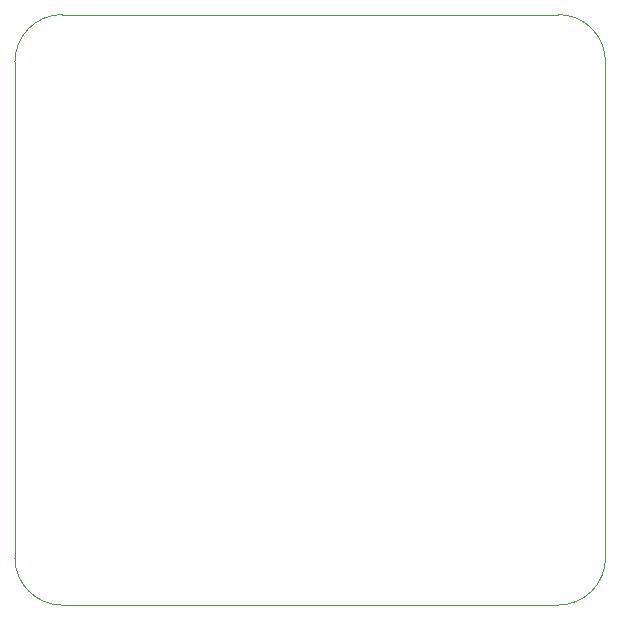
<source format=gbr>
%TF.GenerationSoftware,Altium Limited,Altium Designer,23.11.1 (41)*%
G04 Layer_Color=0*
%FSLAX45Y45*%
%MOMM*%
%TF.SameCoordinates,A167E3D1-D2EE-47D6-BB63-3A09D1C29133*%
%TF.FilePolarity,Positive*%
%TF.FileFunction,Profile,NP*%
%TF.Part,Single*%
G01*
G75*
%TA.AperFunction,Profile*%
%ADD92C,0.02540*%
D92*
X400000D02*
X4600000D01*
D02*
G03*
X5000000Y400000I0J400000D01*
G01*
Y4600000D01*
D02*
G03*
X4600000Y5000000I-399998J0D01*
G01*
X400000D01*
D02*
G03*
X0Y4600000I0J-400000D01*
G01*
Y400000D01*
D02*
G03*
X400000Y0I400000J0D01*
G01*
%TF.MD5,469936d94717adcc27951304dbb02892*%
M02*

</source>
